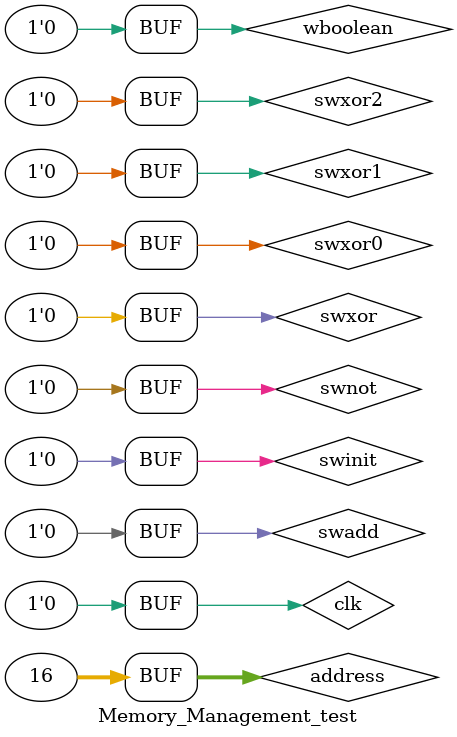
<source format=sv>
module Memory_Management_test();

	logic clk,swxor2,swxor1,swxor0,swxor,swnot,swadd,swinit,wboolean;
	logic [31:0] address,wdata;
	logic [31:0] rdata;
	
	Memory_Management mm(clk,swxor2,swxor1,swxor0,swxor,swnot,swadd,swinit,wboolean,address,wdata, rdata);
	
	initial begin
		clk=0;swxor2=0;swxor1=0;swxor0=0;swxor=0;swnot=0;swadd=0;swinit=0;wboolean=0;address=0;wdata=0;#10;
		
		clk=!clk; #10; clk=!clk; #10;
		
		wdata=rdata; #10
		
		address='h100; wboolean=1; #10; clk=!clk; #10; clk=!clk; #10;
		
		wboolean=0; #10; clk=!clk; #10; clk=!clk; #10;
		
		address='h004; #10;
		
		address='h010;#10;
	
	end
	
	
endmodule 
</source>
